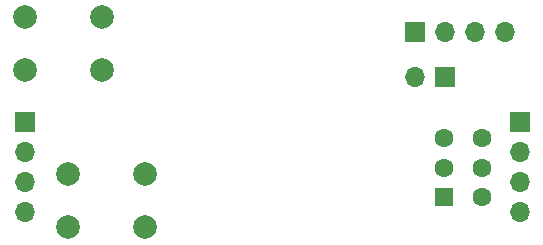
<source format=gbs>
%TF.GenerationSoftware,KiCad,Pcbnew,(5.1.9-0-10_14)*%
%TF.CreationDate,2021-03-23T08:31:54+08:00*%
%TF.ProjectId,Kernel,4b65726e-656c-42e6-9b69-6361645f7063,rev?*%
%TF.SameCoordinates,Original*%
%TF.FileFunction,Soldermask,Bot*%
%TF.FilePolarity,Negative*%
%FSLAX46Y46*%
G04 Gerber Fmt 4.6, Leading zero omitted, Abs format (unit mm)*
G04 Created by KiCad (PCBNEW (5.1.9-0-10_14)) date 2021-03-23 08:31:54*
%MOMM*%
%LPD*%
G01*
G04 APERTURE LIST*
%ADD10O,1.700000X1.700000*%
%ADD11R,1.700000X1.700000*%
%ADD12C,2.000000*%
%ADD13C,1.600000*%
%ADD14R,1.600000X1.600000*%
G04 APERTURE END LIST*
D10*
%TO.C,J4*%
X109220000Y-41910000D03*
D11*
X111760000Y-41910000D03*
%TD*%
D12*
%TO.C,SW3*%
X79860000Y-54610000D03*
X79860000Y-50110000D03*
X86360000Y-54610000D03*
X86360000Y-50110000D03*
%TD*%
%TO.C,SW2*%
X82700000Y-36830000D03*
X82700000Y-41330000D03*
X76200000Y-36830000D03*
X76200000Y-41330000D03*
%TD*%
D10*
%TO.C,J1*%
X116840000Y-38100000D03*
X114300000Y-38100000D03*
X111760000Y-38100000D03*
D11*
X109220000Y-38100000D03*
%TD*%
D10*
%TO.C,J3*%
X118110000Y-53340000D03*
X118110000Y-50800000D03*
X118110000Y-48260000D03*
D11*
X118110000Y-45720000D03*
%TD*%
D10*
%TO.C,J2*%
X76200000Y-53340000D03*
X76200000Y-50800000D03*
X76200000Y-48260000D03*
D11*
X76200000Y-45720000D03*
%TD*%
D13*
%TO.C,SW1*%
X114935000Y-47070000D03*
X114935000Y-49570000D03*
X114935000Y-52070000D03*
X111735000Y-47070000D03*
X111735000Y-49570000D03*
D14*
X111735000Y-52070000D03*
%TD*%
M02*

</source>
